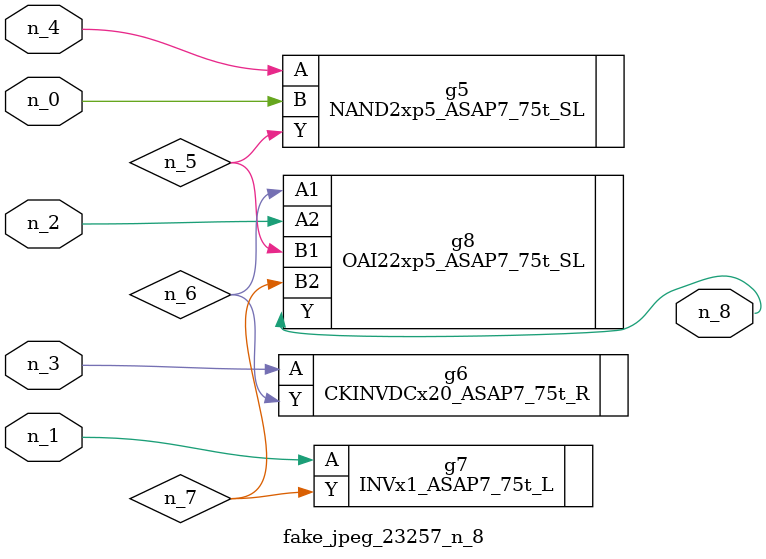
<source format=v>
module fake_jpeg_23257_n_8 (n_3, n_2, n_1, n_0, n_4, n_8);

input n_3;
input n_2;
input n_1;
input n_0;
input n_4;

output n_8;

wire n_6;
wire n_5;
wire n_7;

NAND2xp5_ASAP7_75t_SL g5 ( 
.A(n_4),
.B(n_0),
.Y(n_5)
);

CKINVDCx20_ASAP7_75t_R g6 ( 
.A(n_3),
.Y(n_6)
);

INVx1_ASAP7_75t_L g7 ( 
.A(n_1),
.Y(n_7)
);

OAI22xp5_ASAP7_75t_SL g8 ( 
.A1(n_6),
.A2(n_2),
.B1(n_5),
.B2(n_7),
.Y(n_8)
);


endmodule
</source>
